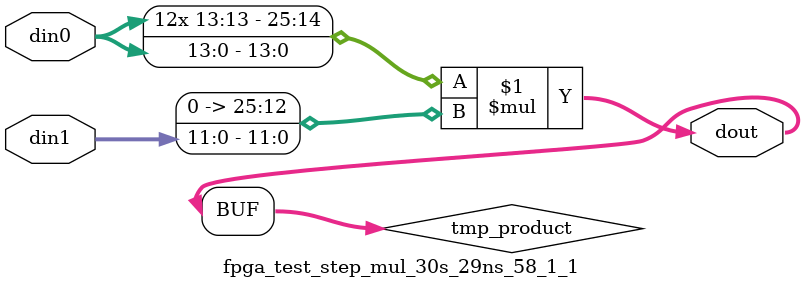
<source format=v>

`timescale 1 ns / 1 ps

  module fpga_test_step_mul_30s_29ns_58_1_1(din0, din1, dout);
parameter ID = 1;
parameter NUM_STAGE = 0;
parameter din0_WIDTH = 14;
parameter din1_WIDTH = 12;
parameter dout_WIDTH = 26;

input [din0_WIDTH - 1 : 0] din0; 
input [din1_WIDTH - 1 : 0] din1; 
output [dout_WIDTH - 1 : 0] dout;

wire signed [dout_WIDTH - 1 : 0] tmp_product;












assign tmp_product = $signed(din0) * $signed({1'b0, din1});









assign dout = tmp_product;







endmodule

</source>
